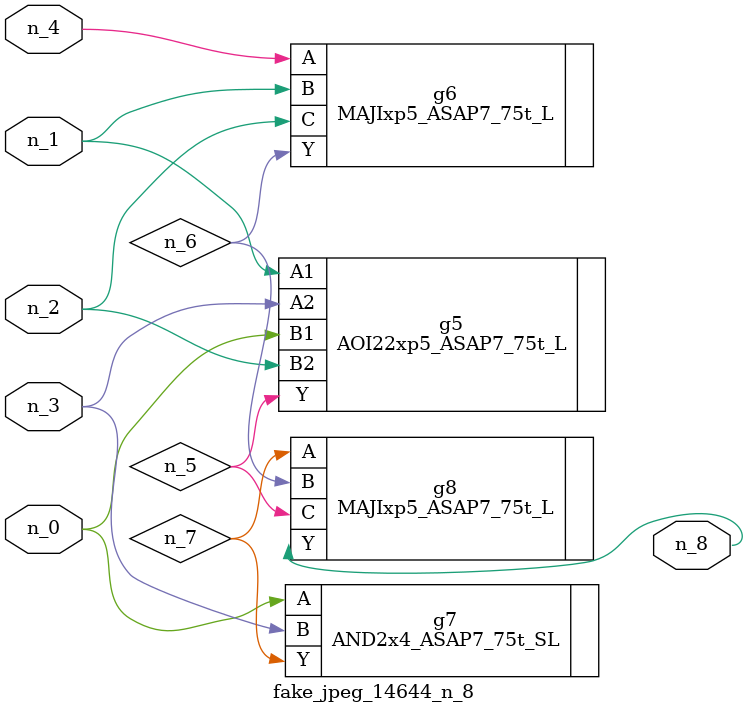
<source format=v>
module fake_jpeg_14644_n_8 (n_3, n_2, n_1, n_0, n_4, n_8);

input n_3;
input n_2;
input n_1;
input n_0;
input n_4;

output n_8;

wire n_6;
wire n_5;
wire n_7;

AOI22xp5_ASAP7_75t_L g5 ( 
.A1(n_1),
.A2(n_3),
.B1(n_0),
.B2(n_2),
.Y(n_5)
);

MAJIxp5_ASAP7_75t_L g6 ( 
.A(n_4),
.B(n_1),
.C(n_2),
.Y(n_6)
);

AND2x4_ASAP7_75t_SL g7 ( 
.A(n_0),
.B(n_3),
.Y(n_7)
);

MAJIxp5_ASAP7_75t_L g8 ( 
.A(n_7),
.B(n_6),
.C(n_5),
.Y(n_8)
);


endmodule
</source>
